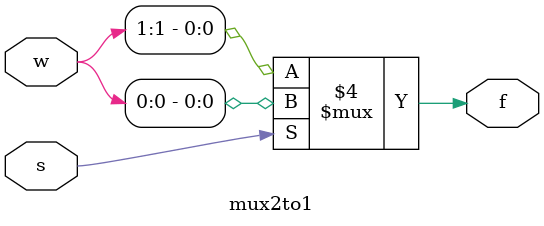
<source format=v>
module mux2to1(w, s, f);
    input [1:0]w;
    input s;
    output reg f;
    always @(w or s)
    begin
        if(s==0)
        f=w[1];
        else 
        f=w[0];
        end
endmodule
</source>
